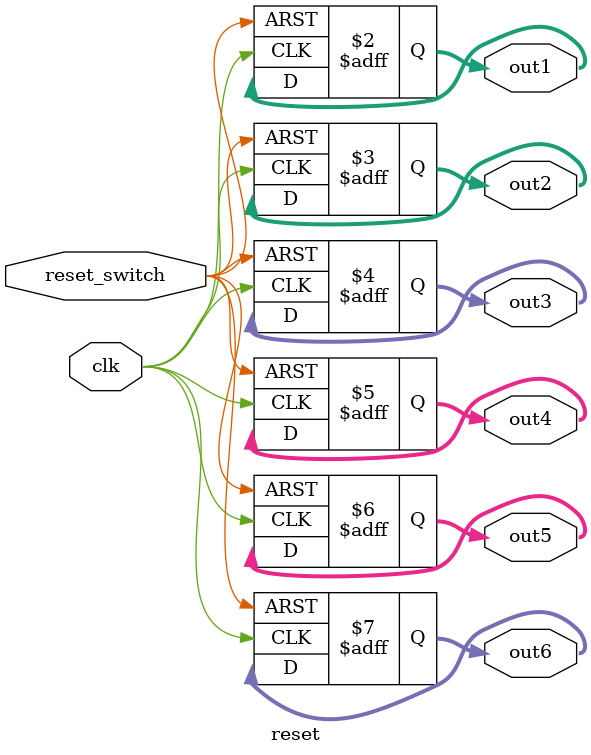
<source format=v>
module reset (

    input reset_switch,   // ÖØÖÃ¿ª¹Ø

    output reg [3:0] out1, out2, out3, out4, out5, out6,  // ÖØÖÃÊä³ö
	
input clk            // Ê±ÖÓÐÅºÅ

);

    

	always @(posedge clk or posedge reset_switch) begin
		if (reset_switch) begin
            // µ±ÖØÖÃ¿ª¹Ø±»´¥·¢Ê±£¬½«ËùÓÐÊä³öÖØÖÃÎª 0000
			out1 <= 4'b0000;
          
			out2 <= 4'b0000;
			out3 <= 4'b0000;
			out4 <= 4'b0000;
			out5 <= 4'b0000;
			out6 <= 4'b0000;
		end
	end

	
endmodule
</source>
